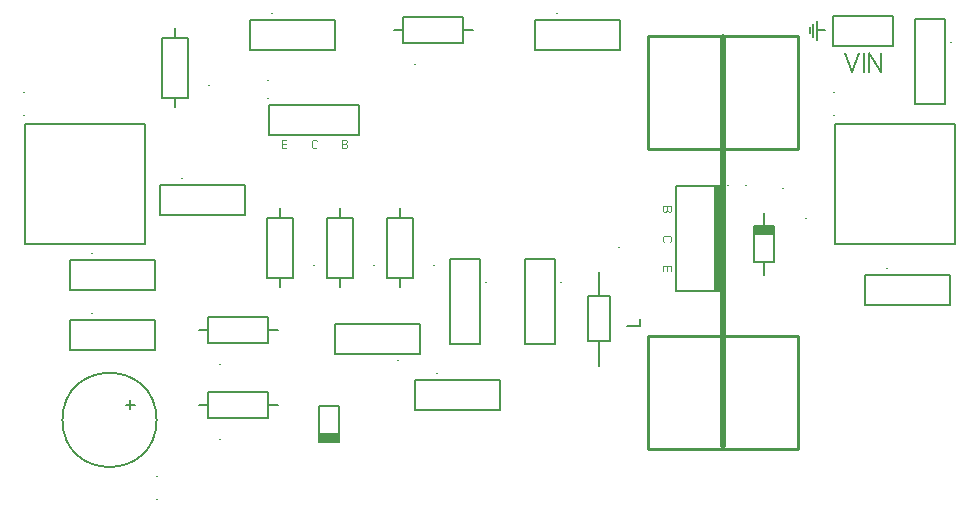
<source format=gbr>
%FSLAX34Y34*%
%MOMM*%
%LNSILK_TOP*%
G71*
G01*
%ADD10C,0.150*%
%ADD11C,0.090*%
%ADD12C,0.159*%
%ADD13C,0.100*%
%ADD14C,0.167*%
%ADD15C,0.144*%
%ADD16C,0.206*%
%ADD17C,0.200*%
%ADD18C,0.250*%
%ADD19C,0.550*%
%LPD*%
G54D10*
X219100Y385800D02*
X219100Y360600D01*
X295300Y360600D01*
X295300Y385800D01*
X219100Y385800D01*
G54D11*
X233900Y349300D02*
X230200Y349300D01*
X230200Y356400D01*
X233900Y356400D01*
G54D11*
X230200Y352900D02*
X233900Y352900D01*
G54D11*
X259900Y350600D02*
X259300Y349700D01*
X258300Y349300D01*
X257200Y349300D01*
X256100Y349700D01*
X255600Y350600D01*
X255600Y355100D01*
X256100Y356000D01*
X257200Y356400D01*
X258300Y356400D01*
X259300Y356000D01*
X259900Y355100D01*
G54D11*
X281000Y349300D02*
X281000Y356400D01*
X283700Y356400D01*
X284700Y356000D01*
X285300Y355100D01*
X285300Y354200D01*
X284700Y353300D01*
X283700Y352900D01*
X284700Y352400D01*
X285300Y351500D01*
X285300Y350600D01*
X284700Y349700D01*
X283700Y349300D01*
X281000Y349300D01*
G54D11*
X281000Y352900D02*
X283700Y352900D01*
G54D12*
X218349Y406550D02*
X218349Y406550D01*
G54D12*
X218350Y391550D02*
X218350Y391550D01*
G36*
X595616Y317360D02*
X595616Y228560D01*
X602016Y228560D01*
X602016Y317360D01*
X595616Y317360D01*
G37*
G54D13*
X595616Y317360D02*
X595616Y228560D01*
X602016Y228560D01*
X602016Y317360D01*
X595616Y317360D01*
G54D10*
X602016Y317360D02*
X564016Y317360D01*
X564016Y228360D01*
X602016Y228360D01*
X602016Y317360D01*
G54D11*
X552716Y299860D02*
X559816Y299861D01*
X559816Y297160D01*
X559415Y296160D01*
X558516Y295560D01*
X557616Y295560D01*
X556716Y296160D01*
X556316Y297160D01*
X555816Y296160D01*
X554915Y295560D01*
X554015Y295560D01*
X553116Y296160D01*
X552716Y297160D01*
X552716Y299860D01*
G54D11*
X556316Y299861D02*
X556316Y297160D01*
G54D11*
X554016Y270160D02*
X553116Y270760D01*
X552716Y271760D01*
X552716Y272860D01*
X553116Y273960D01*
X554016Y274460D01*
X558516Y274460D01*
X559415Y273960D01*
X559816Y272861D01*
X559816Y271760D01*
X559415Y270760D01*
X558516Y270160D01*
G54D11*
X552716Y245360D02*
X552715Y249061D01*
X559816Y249060D01*
X559816Y245360D01*
G54D11*
X556316Y249060D02*
X556316Y245360D01*
G54D12*
X622766Y318110D02*
X622766Y318110D01*
G54D12*
X607766Y318110D02*
X607766Y318110D01*
G54D10*
X198614Y292840D02*
X198614Y318240D01*
X127014Y318240D01*
X127014Y292840D01*
X198614Y292840D01*
G54D14*
X145959Y323632D02*
X145959Y323632D01*
G54D10*
X217479Y290329D02*
X239654Y290329D01*
X239654Y239629D01*
X217479Y239629D01*
X217479Y290329D01*
G54D10*
X228566Y290529D02*
X228566Y298429D01*
G54D10*
X228566Y239529D02*
X228567Y231629D01*
G54D14*
X257491Y249887D02*
X257491Y249887D01*
G54D10*
X12700Y369900D02*
X114300Y369900D01*
X114300Y268300D01*
X12700Y268300D01*
X12700Y369900D01*
G54D15*
X11950Y396650D02*
X11950Y396650D01*
G54D15*
X11950Y377150D02*
X11950Y377150D01*
G54D10*
X128579Y442729D02*
X150754Y442729D01*
X150754Y392029D01*
X128579Y392029D01*
X128579Y442729D01*
G54D10*
X139666Y442929D02*
X139666Y450829D01*
G54D10*
X139666Y391929D02*
X139667Y384029D01*
G54D14*
X168591Y402287D02*
X168591Y402287D01*
G54D10*
X268279Y290329D02*
X290454Y290329D01*
X290454Y239629D01*
X268279Y239629D01*
X268279Y290329D01*
G54D10*
X279366Y290529D02*
X279366Y298429D01*
G54D10*
X279366Y239529D02*
X279367Y231629D01*
G54D14*
X308291Y249887D02*
X308291Y249887D01*
G54D10*
X274814Y432540D02*
X274814Y457940D01*
X203214Y457940D01*
X203214Y432540D01*
X274814Y432540D01*
G54D14*
X222159Y463332D02*
X222159Y463332D01*
G54D10*
X319079Y290329D02*
X341254Y290329D01*
X341254Y239629D01*
X319079Y239629D01*
X319079Y290329D01*
G54D10*
X330166Y290529D02*
X330166Y298429D01*
G54D10*
X330166Y239529D02*
X330167Y231629D01*
G54D14*
X359091Y249887D02*
X359091Y249887D01*
G54D10*
X275519Y200644D02*
X275519Y175244D01*
X347119Y175244D01*
X347119Y200644D01*
X275519Y200644D01*
G54D14*
X328175Y169852D02*
X328175Y169852D01*
G54D10*
X218427Y206194D02*
X218427Y184019D01*
X167727Y184019D01*
X167727Y206194D01*
X218427Y206194D01*
G54D10*
X218627Y195106D02*
X226527Y195106D01*
G54D10*
X167627Y195106D02*
X159727Y195106D01*
G54D14*
X177985Y166181D02*
X177985Y166181D01*
G54D10*
X122414Y229340D02*
X122414Y254740D01*
X50814Y254740D01*
X50814Y229340D01*
X122414Y229340D01*
G54D14*
X69759Y260132D02*
X69759Y260132D01*
G54D10*
X122414Y178540D02*
X122414Y203940D01*
X50814Y203940D01*
X50814Y178540D01*
X122414Y178540D01*
G54D14*
X69759Y209332D02*
X69759Y209332D01*
G54D10*
X105512Y131800D02*
X97912Y131800D01*
G54D10*
X101712Y128000D02*
X101712Y135600D01*
G54D10*
G75*
G01X124056Y119100D02*
G03X124056Y119100I-39850J0D01*
G01*
G54D16*
X124806Y52500D02*
X124806Y52500D01*
G54D16*
X124806Y72000D02*
X124806Y72000D01*
G54D10*
X218427Y142694D02*
X218427Y120519D01*
X167727Y120519D01*
X167727Y142694D01*
X218427Y142694D01*
G54D10*
X218627Y131606D02*
X226527Y131606D01*
G54D10*
X167627Y131606D02*
X159727Y131606D01*
G54D14*
X177985Y102681D02*
X177985Y102681D01*
G54D10*
X261200Y100600D02*
X278600Y100600D01*
X278600Y131000D01*
X261200Y131000D01*
X261200Y100600D01*
G36*
X261300Y100700D02*
X278000Y100700D01*
X278000Y107900D01*
X261300Y107900D01*
X261300Y100700D01*
G37*
G54D13*
X261300Y100700D02*
X278000Y100700D01*
X278000Y107900D01*
X261300Y107900D01*
X261300Y100700D01*
G54D10*
X414514Y127740D02*
X414514Y153140D01*
X342914Y153140D01*
X342914Y127740D01*
X414514Y127740D01*
G54D14*
X361859Y158532D02*
X361859Y158532D01*
G54D10*
X383527Y460194D02*
X383527Y438019D01*
X332827Y438019D01*
X332827Y460194D01*
X383527Y460194D01*
G54D10*
X383727Y449106D02*
X391627Y449106D01*
G54D10*
X332727Y449106D02*
X324827Y449106D01*
G54D14*
X343085Y420181D02*
X343085Y420181D01*
G54D10*
X646900Y283400D02*
X629500Y283400D01*
X629500Y253000D01*
X646900Y253000D01*
X646900Y283400D01*
G36*
X646800Y283300D02*
X630100Y283300D01*
X630100Y276100D01*
X646800Y276100D01*
X646800Y283300D01*
G37*
G54D13*
X646800Y283300D02*
X630100Y283300D01*
X630100Y276100D01*
X646800Y276100D01*
X646800Y283300D01*
G54D10*
X638200Y294400D02*
X638200Y283300D01*
G54D10*
X638200Y253100D02*
X638200Y242000D01*
G54D16*
X673650Y289900D02*
X673650Y289900D01*
G54D16*
X654150Y315300D02*
X654150Y315300D01*
G54D10*
X795514Y216640D02*
X795514Y242041D01*
X723914Y242040D01*
X723914Y216640D01*
X795514Y216640D01*
G54D14*
X742858Y247432D02*
X742858Y247432D01*
G54D10*
X372064Y183594D02*
X397464Y183594D01*
X397464Y255194D01*
X372064Y255194D01*
X372064Y183594D01*
G54D14*
X402856Y236250D02*
X402856Y236250D01*
G54D17*
X706800Y429714D02*
X712800Y413714D01*
X718800Y429714D01*
G54D17*
X723200Y413714D02*
X723200Y429714D01*
G54D17*
X727600Y413714D02*
X727600Y429714D01*
X737200Y413714D01*
X737200Y429714D01*
G54D10*
X697004Y435888D02*
X697004Y461288D01*
X747804Y461288D01*
X747804Y435888D01*
X697004Y435888D01*
G54D17*
X689671Y449117D02*
X683320Y449117D01*
G54D17*
X683320Y441180D02*
X683321Y457055D01*
G54D17*
X680146Y454674D02*
X680146Y443561D01*
G54D17*
X676971Y446736D02*
X676971Y451498D01*
G54D10*
X765764Y386794D02*
X791164Y386794D01*
X791164Y458394D01*
X765764Y458394D01*
X765764Y386794D01*
G54D14*
X796556Y439450D02*
X796556Y439450D01*
G54D10*
X516115Y432539D02*
X516115Y457940D01*
X444515Y457939D01*
X444515Y432539D01*
X516115Y432539D01*
G54D14*
X463459Y463331D02*
X463459Y463331D01*
G54D10*
X698500Y369900D02*
X800100Y369900D01*
X800100Y268300D01*
X698500Y268300D01*
X698500Y369900D01*
G54D15*
X697750Y396650D02*
X697750Y396650D01*
G54D15*
X697750Y377150D02*
X697750Y377150D01*
G54D18*
X666851Y94894D02*
X539851Y94894D01*
G54D18*
X539851Y444144D02*
X539851Y348894D01*
G54D18*
X666851Y444144D02*
X539851Y444144D01*
G54D19*
X603351Y97181D02*
X603351Y443256D01*
G54D18*
X539851Y190144D02*
X539851Y94894D01*
G54D18*
X666851Y444144D02*
X666851Y348894D01*
G54D18*
X666851Y190144D02*
X666851Y94894D01*
G54D18*
X666851Y348894D02*
X539851Y348894D01*
G54D18*
X666860Y190269D02*
X539860Y190269D01*
G54D10*
X489000Y223700D02*
X508000Y223700D01*
X508000Y185700D01*
X489000Y185700D01*
X489000Y223700D01*
G54D10*
X498500Y223800D02*
X498500Y244400D01*
G54D10*
X498500Y165000D02*
X498500Y185600D01*
G54D15*
X522050Y198613D02*
X533606Y198613D01*
X533606Y204680D01*
G54D15*
X515250Y265500D02*
X515250Y265500D01*
G54D10*
X435564Y183594D02*
X460964Y183594D01*
X460964Y255194D01*
X435564Y255194D01*
X435564Y183594D01*
G54D14*
X466356Y236250D02*
X466356Y236250D01*
M02*

</source>
